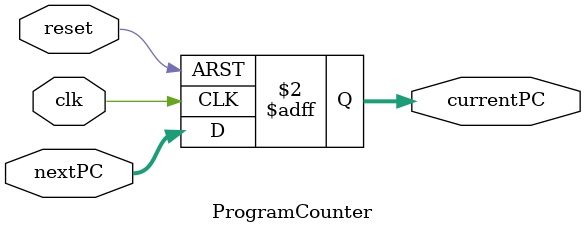
<source format=v>
module ProgramCounter(   
    input clk,
    input reset,
    input [31:0] nextPC,
    output reg [31:0] currentPC
);
    always @(posedge clk or posedge reset) begin
        if (reset)
            currentPC <= 32'b0;
        else
            currentPC <= nextPC;
    end
endmodule
</source>
